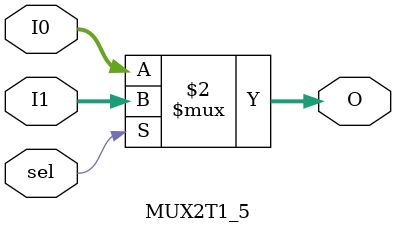
<source format=v>
module MUX2T1_5(
    input [4:0] I0,
    input [4:0] I1,
    input sel,
    output reg [4:0] O
    );
    
    always @ (*) begin
      O = sel ? I1 : I0;
    end

endmodule
</source>
